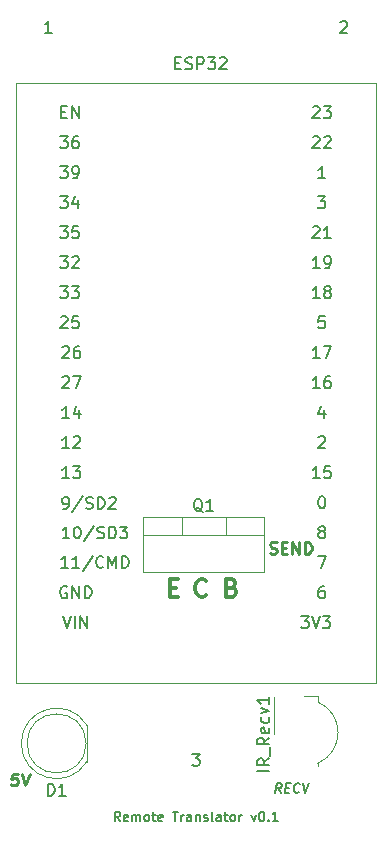
<source format=gbr>
G04 #@! TF.GenerationSoftware,KiCad,Pcbnew,5.1.3-ffb9f22~84~ubuntu18.04.1*
G04 #@! TF.CreationDate,2019-08-09T22:51:00+03:00*
G04 #@! TF.ProjectId,Edifier_Remote,45646966-6965-4725-9f52-656d6f74652e,rev?*
G04 #@! TF.SameCoordinates,Original*
G04 #@! TF.FileFunction,Legend,Top*
G04 #@! TF.FilePolarity,Positive*
%FSLAX46Y46*%
G04 Gerber Fmt 4.6, Leading zero omitted, Abs format (unit mm)*
G04 Created by KiCad (PCBNEW 5.1.3-ffb9f22~84~ubuntu18.04.1) date 2019-08-09 22:51:00*
%MOMM*%
%LPD*%
G04 APERTURE LIST*
%ADD10C,0.300000*%
%ADD11C,0.250000*%
%ADD12C,0.200000*%
%ADD13C,0.150000*%
%ADD14C,0.120000*%
G04 APERTURE END LIST*
D10*
X115248571Y-115208857D02*
X115748571Y-115208857D01*
X115962857Y-115994571D02*
X115248571Y-115994571D01*
X115248571Y-114494571D01*
X115962857Y-114494571D01*
X118320285Y-115851714D02*
X118248857Y-115923142D01*
X118034571Y-115994571D01*
X117891714Y-115994571D01*
X117677428Y-115923142D01*
X117534571Y-115780285D01*
X117463142Y-115637428D01*
X117391714Y-115351714D01*
X117391714Y-115137428D01*
X117463142Y-114851714D01*
X117534571Y-114708857D01*
X117677428Y-114566000D01*
X117891714Y-114494571D01*
X118034571Y-114494571D01*
X118248857Y-114566000D01*
X118320285Y-114637428D01*
X120503142Y-115208857D02*
X120717428Y-115280285D01*
X120788857Y-115351714D01*
X120860285Y-115494571D01*
X120860285Y-115708857D01*
X120788857Y-115851714D01*
X120717428Y-115923142D01*
X120574571Y-115994571D01*
X120003142Y-115994571D01*
X120003142Y-114494571D01*
X120503142Y-114494571D01*
X120646000Y-114566000D01*
X120717428Y-114637428D01*
X120788857Y-114780285D01*
X120788857Y-114923142D01*
X120717428Y-115066000D01*
X120646000Y-115137428D01*
X120503142Y-115208857D01*
X120003142Y-115208857D01*
D11*
X123724255Y-112296841D02*
X123867112Y-112344460D01*
X124105207Y-112344460D01*
X124200445Y-112296841D01*
X124248064Y-112249222D01*
X124295683Y-112153984D01*
X124295683Y-112058746D01*
X124248064Y-111963508D01*
X124200445Y-111915889D01*
X124105207Y-111868270D01*
X123914731Y-111820651D01*
X123819493Y-111773032D01*
X123771874Y-111725413D01*
X123724255Y-111630175D01*
X123724255Y-111534937D01*
X123771874Y-111439699D01*
X123819493Y-111392080D01*
X123914731Y-111344460D01*
X124152826Y-111344460D01*
X124295683Y-111392080D01*
X124724255Y-111820651D02*
X125057588Y-111820651D01*
X125200445Y-112344460D02*
X124724255Y-112344460D01*
X124724255Y-111344460D01*
X125200445Y-111344460D01*
X125629017Y-112344460D02*
X125629017Y-111344460D01*
X126200445Y-112344460D01*
X126200445Y-111344460D01*
X126676636Y-112344460D02*
X126676636Y-111344460D01*
X126914731Y-111344460D01*
X127057588Y-111392080D01*
X127152826Y-111487318D01*
X127200445Y-111582556D01*
X127248064Y-111773032D01*
X127248064Y-111915889D01*
X127200445Y-112106365D01*
X127152826Y-112201603D01*
X127057588Y-112296841D01*
X126914731Y-112344460D01*
X126676636Y-112344460D01*
D12*
X124649209Y-132573984D02*
X124430161Y-132193032D01*
X124192066Y-132573984D02*
X124292066Y-131773984D01*
X124596828Y-131773984D01*
X124668256Y-131812080D01*
X124701590Y-131850175D01*
X124730161Y-131926365D01*
X124715875Y-132040651D01*
X124668256Y-132116841D01*
X124625399Y-132154937D01*
X124544447Y-132193032D01*
X124239685Y-132193032D01*
X125044447Y-132154937D02*
X125311113Y-132154937D01*
X125373018Y-132573984D02*
X124992066Y-132573984D01*
X125092066Y-131773984D01*
X125473018Y-131773984D01*
X126182542Y-132497794D02*
X126139685Y-132535889D01*
X126020637Y-132573984D01*
X125944447Y-132573984D01*
X125834923Y-132535889D01*
X125768256Y-132459699D01*
X125739685Y-132383508D01*
X125720637Y-132231127D01*
X125734923Y-132116841D01*
X125792066Y-131964460D01*
X125839685Y-131888270D01*
X125925399Y-131812080D01*
X126044447Y-131773984D01*
X126120637Y-131773984D01*
X126230161Y-131812080D01*
X126263494Y-131850175D01*
X126501590Y-131773984D02*
X126668256Y-132573984D01*
X127034923Y-131773984D01*
D11*
X102406853Y-130963420D02*
X101930663Y-130963420D01*
X101823520Y-131439611D01*
X101877091Y-131391992D01*
X101978282Y-131344373D01*
X102216377Y-131344373D01*
X102305663Y-131391992D01*
X102347329Y-131439611D01*
X102383044Y-131534849D01*
X102353282Y-131772944D01*
X102293758Y-131868182D01*
X102240187Y-131915801D01*
X102138996Y-131963420D01*
X101900901Y-131963420D01*
X101811615Y-131915801D01*
X101769948Y-131868182D01*
X102740187Y-130963420D02*
X102948520Y-131963420D01*
X103406853Y-130963420D01*
D13*
X111024204Y-134981904D02*
X110757538Y-134600952D01*
X110567061Y-134981904D02*
X110567061Y-134181904D01*
X110871823Y-134181904D01*
X110948014Y-134220000D01*
X110986109Y-134258095D01*
X111024204Y-134334285D01*
X111024204Y-134448571D01*
X110986109Y-134524761D01*
X110948014Y-134562857D01*
X110871823Y-134600952D01*
X110567061Y-134600952D01*
X111671823Y-134943809D02*
X111595633Y-134981904D01*
X111443252Y-134981904D01*
X111367061Y-134943809D01*
X111328966Y-134867619D01*
X111328966Y-134562857D01*
X111367061Y-134486666D01*
X111443252Y-134448571D01*
X111595633Y-134448571D01*
X111671823Y-134486666D01*
X111709919Y-134562857D01*
X111709919Y-134639047D01*
X111328966Y-134715238D01*
X112052776Y-134981904D02*
X112052776Y-134448571D01*
X112052776Y-134524761D02*
X112090871Y-134486666D01*
X112167061Y-134448571D01*
X112281347Y-134448571D01*
X112357538Y-134486666D01*
X112395633Y-134562857D01*
X112395633Y-134981904D01*
X112395633Y-134562857D02*
X112433728Y-134486666D01*
X112509919Y-134448571D01*
X112624204Y-134448571D01*
X112700395Y-134486666D01*
X112738490Y-134562857D01*
X112738490Y-134981904D01*
X113233728Y-134981904D02*
X113157538Y-134943809D01*
X113119442Y-134905714D01*
X113081347Y-134829523D01*
X113081347Y-134600952D01*
X113119442Y-134524761D01*
X113157538Y-134486666D01*
X113233728Y-134448571D01*
X113348014Y-134448571D01*
X113424204Y-134486666D01*
X113462300Y-134524761D01*
X113500395Y-134600952D01*
X113500395Y-134829523D01*
X113462300Y-134905714D01*
X113424204Y-134943809D01*
X113348014Y-134981904D01*
X113233728Y-134981904D01*
X113728966Y-134448571D02*
X114033728Y-134448571D01*
X113843252Y-134181904D02*
X113843252Y-134867619D01*
X113881347Y-134943809D01*
X113957538Y-134981904D01*
X114033728Y-134981904D01*
X114605157Y-134943809D02*
X114528966Y-134981904D01*
X114376585Y-134981904D01*
X114300395Y-134943809D01*
X114262300Y-134867619D01*
X114262300Y-134562857D01*
X114300395Y-134486666D01*
X114376585Y-134448571D01*
X114528966Y-134448571D01*
X114605157Y-134486666D01*
X114643252Y-134562857D01*
X114643252Y-134639047D01*
X114262300Y-134715238D01*
X115481347Y-134181904D02*
X115938490Y-134181904D01*
X115709919Y-134981904D02*
X115709919Y-134181904D01*
X116205157Y-134981904D02*
X116205157Y-134448571D01*
X116205157Y-134600952D02*
X116243252Y-134524761D01*
X116281347Y-134486666D01*
X116357538Y-134448571D01*
X116433728Y-134448571D01*
X117043252Y-134981904D02*
X117043252Y-134562857D01*
X117005157Y-134486666D01*
X116928966Y-134448571D01*
X116776585Y-134448571D01*
X116700395Y-134486666D01*
X117043252Y-134943809D02*
X116967061Y-134981904D01*
X116776585Y-134981904D01*
X116700395Y-134943809D01*
X116662300Y-134867619D01*
X116662300Y-134791428D01*
X116700395Y-134715238D01*
X116776585Y-134677142D01*
X116967061Y-134677142D01*
X117043252Y-134639047D01*
X117424204Y-134448571D02*
X117424204Y-134981904D01*
X117424204Y-134524761D02*
X117462300Y-134486666D01*
X117538490Y-134448571D01*
X117652776Y-134448571D01*
X117728966Y-134486666D01*
X117767061Y-134562857D01*
X117767061Y-134981904D01*
X118109919Y-134943809D02*
X118186109Y-134981904D01*
X118338490Y-134981904D01*
X118414680Y-134943809D01*
X118452776Y-134867619D01*
X118452776Y-134829523D01*
X118414680Y-134753333D01*
X118338490Y-134715238D01*
X118224204Y-134715238D01*
X118148014Y-134677142D01*
X118109919Y-134600952D01*
X118109919Y-134562857D01*
X118148014Y-134486666D01*
X118224204Y-134448571D01*
X118338490Y-134448571D01*
X118414680Y-134486666D01*
X118909919Y-134981904D02*
X118833728Y-134943809D01*
X118795633Y-134867619D01*
X118795633Y-134181904D01*
X119557538Y-134981904D02*
X119557538Y-134562857D01*
X119519442Y-134486666D01*
X119443252Y-134448571D01*
X119290871Y-134448571D01*
X119214680Y-134486666D01*
X119557538Y-134943809D02*
X119481347Y-134981904D01*
X119290871Y-134981904D01*
X119214680Y-134943809D01*
X119176585Y-134867619D01*
X119176585Y-134791428D01*
X119214680Y-134715238D01*
X119290871Y-134677142D01*
X119481347Y-134677142D01*
X119557538Y-134639047D01*
X119824204Y-134448571D02*
X120128966Y-134448571D01*
X119938490Y-134181904D02*
X119938490Y-134867619D01*
X119976585Y-134943809D01*
X120052776Y-134981904D01*
X120128966Y-134981904D01*
X120509919Y-134981904D02*
X120433728Y-134943809D01*
X120395633Y-134905714D01*
X120357538Y-134829523D01*
X120357538Y-134600952D01*
X120395633Y-134524761D01*
X120433728Y-134486666D01*
X120509919Y-134448571D01*
X120624204Y-134448571D01*
X120700395Y-134486666D01*
X120738490Y-134524761D01*
X120776585Y-134600952D01*
X120776585Y-134829523D01*
X120738490Y-134905714D01*
X120700395Y-134943809D01*
X120624204Y-134981904D01*
X120509919Y-134981904D01*
X121119442Y-134981904D02*
X121119442Y-134448571D01*
X121119442Y-134600952D02*
X121157538Y-134524761D01*
X121195633Y-134486666D01*
X121271823Y-134448571D01*
X121348014Y-134448571D01*
X122148014Y-134448571D02*
X122338490Y-134981904D01*
X122528966Y-134448571D01*
X122986109Y-134181904D02*
X123062300Y-134181904D01*
X123138490Y-134220000D01*
X123176585Y-134258095D01*
X123214680Y-134334285D01*
X123252776Y-134486666D01*
X123252776Y-134677142D01*
X123214680Y-134829523D01*
X123176585Y-134905714D01*
X123138490Y-134943809D01*
X123062300Y-134981904D01*
X122986109Y-134981904D01*
X122909919Y-134943809D01*
X122871823Y-134905714D01*
X122833728Y-134829523D01*
X122795633Y-134677142D01*
X122795633Y-134486666D01*
X122833728Y-134334285D01*
X122871823Y-134258095D01*
X122909919Y-134220000D01*
X122986109Y-134181904D01*
X123595633Y-134905714D02*
X123633728Y-134943809D01*
X123595633Y-134981904D01*
X123557538Y-134943809D01*
X123595633Y-134905714D01*
X123595633Y-134981904D01*
X124395633Y-134981904D02*
X123938490Y-134981904D01*
X124167061Y-134981904D02*
X124167061Y-134181904D01*
X124090871Y-134296190D01*
X124014680Y-134372380D01*
X123938490Y-134410476D01*
D14*
X127765840Y-130089280D02*
X127765840Y-130309280D01*
X127765840Y-130089280D02*
G75*
G03X127765840Y-124889280I-1100000J2600000D01*
G01*
X124105840Y-124509280D02*
X124105840Y-127589280D01*
X127765840Y-124429280D02*
X127765840Y-124889280D01*
X127765840Y-124429280D02*
X126565840Y-124429280D01*
X102207000Y-72477000D02*
X132687000Y-72477000D01*
X132687000Y-72477000D02*
X132687000Y-123277000D01*
X132687000Y-123277000D02*
X102207000Y-123277000D01*
X102207000Y-123277000D02*
X102207000Y-72477000D01*
X119961000Y-109252000D02*
X119961000Y-110762000D01*
X116260000Y-109252000D02*
X116260000Y-110762000D01*
X112990000Y-110762000D02*
X123230000Y-110762000D01*
X123230000Y-109252000D02*
X123230000Y-113893000D01*
X112990000Y-109252000D02*
X112990000Y-113893000D01*
X112990000Y-113893000D02*
X123230000Y-113893000D01*
X112990000Y-109252000D02*
X123230000Y-109252000D01*
X108213840Y-129952160D02*
X108213840Y-126862160D01*
X108153840Y-128407160D02*
G75*
G03X108153840Y-128407160I-2500000J0D01*
G01*
X102663840Y-128407622D02*
G75*
G02X108213840Y-126862330I2990000J462D01*
G01*
X102663840Y-128406698D02*
G75*
G03X108213840Y-129951990I2990000J-462D01*
G01*
D13*
X123668220Y-130724518D02*
X122668220Y-130724518D01*
X123668220Y-129676899D02*
X123192030Y-130010232D01*
X123668220Y-130248327D02*
X122668220Y-130248327D01*
X122668220Y-129867375D01*
X122715840Y-129772137D01*
X122763459Y-129724518D01*
X122858697Y-129676899D01*
X123001554Y-129676899D01*
X123096792Y-129724518D01*
X123144411Y-129772137D01*
X123192030Y-129867375D01*
X123192030Y-130248327D01*
X123763459Y-129486422D02*
X123763459Y-128724518D01*
X123668220Y-127914994D02*
X123192030Y-128248327D01*
X123668220Y-128486422D02*
X122668220Y-128486422D01*
X122668220Y-128105470D01*
X122715840Y-128010232D01*
X122763459Y-127962613D01*
X122858697Y-127914994D01*
X123001554Y-127914994D01*
X123096792Y-127962613D01*
X123144411Y-128010232D01*
X123192030Y-128105470D01*
X123192030Y-128486422D01*
X123620601Y-127105470D02*
X123668220Y-127200708D01*
X123668220Y-127391184D01*
X123620601Y-127486422D01*
X123525363Y-127534041D01*
X123144411Y-127534041D01*
X123049173Y-127486422D01*
X123001554Y-127391184D01*
X123001554Y-127200708D01*
X123049173Y-127105470D01*
X123144411Y-127057851D01*
X123239649Y-127057851D01*
X123334887Y-127534041D01*
X123620601Y-126200708D02*
X123668220Y-126295946D01*
X123668220Y-126486422D01*
X123620601Y-126581660D01*
X123572982Y-126629280D01*
X123477744Y-126676899D01*
X123192030Y-126676899D01*
X123096792Y-126629280D01*
X123049173Y-126581660D01*
X123001554Y-126486422D01*
X123001554Y-126295946D01*
X123049173Y-126200708D01*
X123001554Y-125867375D02*
X123668220Y-125629280D01*
X123001554Y-125391184D01*
X123668220Y-124486422D02*
X123668220Y-125057851D01*
X123668220Y-124772137D02*
X122668220Y-124772137D01*
X122811078Y-124867375D01*
X122906316Y-124962613D01*
X122953935Y-125057851D01*
X115713142Y-70794571D02*
X116046476Y-70794571D01*
X116189333Y-71318380D02*
X115713142Y-71318380D01*
X115713142Y-70318380D01*
X116189333Y-70318380D01*
X116570285Y-71270761D02*
X116713142Y-71318380D01*
X116951238Y-71318380D01*
X117046476Y-71270761D01*
X117094095Y-71223142D01*
X117141714Y-71127904D01*
X117141714Y-71032666D01*
X117094095Y-70937428D01*
X117046476Y-70889809D01*
X116951238Y-70842190D01*
X116760761Y-70794571D01*
X116665523Y-70746952D01*
X116617904Y-70699333D01*
X116570285Y-70604095D01*
X116570285Y-70508857D01*
X116617904Y-70413619D01*
X116665523Y-70366000D01*
X116760761Y-70318380D01*
X116998857Y-70318380D01*
X117141714Y-70366000D01*
X117570285Y-71318380D02*
X117570285Y-70318380D01*
X117951238Y-70318380D01*
X118046476Y-70366000D01*
X118094095Y-70413619D01*
X118141714Y-70508857D01*
X118141714Y-70651714D01*
X118094095Y-70746952D01*
X118046476Y-70794571D01*
X117951238Y-70842190D01*
X117570285Y-70842190D01*
X118475047Y-70318380D02*
X119094095Y-70318380D01*
X118760761Y-70699333D01*
X118903619Y-70699333D01*
X118998857Y-70746952D01*
X119046476Y-70794571D01*
X119094095Y-70889809D01*
X119094095Y-71127904D01*
X119046476Y-71223142D01*
X118998857Y-71270761D01*
X118903619Y-71318380D01*
X118617904Y-71318380D01*
X118522666Y-71270761D01*
X118475047Y-71223142D01*
X119475047Y-70413619D02*
X119522666Y-70366000D01*
X119617904Y-70318380D01*
X119856000Y-70318380D01*
X119951238Y-70366000D01*
X119998857Y-70413619D01*
X120046476Y-70508857D01*
X120046476Y-70604095D01*
X119998857Y-70746952D01*
X119427428Y-71318380D01*
X120046476Y-71318380D01*
X106621285Y-113549380D02*
X106049857Y-113549380D01*
X106335571Y-113549380D02*
X106335571Y-112549380D01*
X106240333Y-112692238D01*
X106145095Y-112787476D01*
X106049857Y-112835095D01*
X107573666Y-113549380D02*
X107002238Y-113549380D01*
X107287952Y-113549380D02*
X107287952Y-112549380D01*
X107192714Y-112692238D01*
X107097476Y-112787476D01*
X107002238Y-112835095D01*
X108716523Y-112501761D02*
X107859380Y-113787476D01*
X109621285Y-113454142D02*
X109573666Y-113501761D01*
X109430809Y-113549380D01*
X109335571Y-113549380D01*
X109192714Y-113501761D01*
X109097476Y-113406523D01*
X109049857Y-113311285D01*
X109002238Y-113120809D01*
X109002238Y-112977952D01*
X109049857Y-112787476D01*
X109097476Y-112692238D01*
X109192714Y-112597000D01*
X109335571Y-112549380D01*
X109430809Y-112549380D01*
X109573666Y-112597000D01*
X109621285Y-112644619D01*
X110049857Y-113549380D02*
X110049857Y-112549380D01*
X110383190Y-113263666D01*
X110716523Y-112549380D01*
X110716523Y-113549380D01*
X111192714Y-113549380D02*
X111192714Y-112549380D01*
X111430809Y-112549380D01*
X111573666Y-112597000D01*
X111668904Y-112692238D01*
X111716523Y-112787476D01*
X111764142Y-112977952D01*
X111764142Y-113120809D01*
X111716523Y-113311285D01*
X111668904Y-113406523D01*
X111573666Y-113501761D01*
X111430809Y-113549380D01*
X111192714Y-113549380D01*
X128305476Y-115109380D02*
X128115000Y-115109380D01*
X128019761Y-115157000D01*
X127972142Y-115204619D01*
X127876904Y-115347476D01*
X127829285Y-115537952D01*
X127829285Y-115918904D01*
X127876904Y-116014142D01*
X127924523Y-116061761D01*
X128019761Y-116109380D01*
X128210238Y-116109380D01*
X128305476Y-116061761D01*
X128353095Y-116014142D01*
X128400714Y-115918904D01*
X128400714Y-115680809D01*
X128353095Y-115585571D01*
X128305476Y-115537952D01*
X128210238Y-115490333D01*
X128019761Y-115490333D01*
X127924523Y-115537952D01*
X127876904Y-115585571D01*
X127829285Y-115680809D01*
X127781666Y-112569380D02*
X128448333Y-112569380D01*
X128019761Y-113569380D01*
X128019761Y-110457952D02*
X127924523Y-110410333D01*
X127876904Y-110362714D01*
X127829285Y-110267476D01*
X127829285Y-110219857D01*
X127876904Y-110124619D01*
X127924523Y-110077000D01*
X128019761Y-110029380D01*
X128210238Y-110029380D01*
X128305476Y-110077000D01*
X128353095Y-110124619D01*
X128400714Y-110219857D01*
X128400714Y-110267476D01*
X128353095Y-110362714D01*
X128305476Y-110410333D01*
X128210238Y-110457952D01*
X128019761Y-110457952D01*
X127924523Y-110505571D01*
X127876904Y-110553190D01*
X127829285Y-110648428D01*
X127829285Y-110838904D01*
X127876904Y-110934142D01*
X127924523Y-110981761D01*
X128019761Y-111029380D01*
X128210238Y-111029380D01*
X128305476Y-110981761D01*
X128353095Y-110934142D01*
X128400714Y-110838904D01*
X128400714Y-110648428D01*
X128353095Y-110553190D01*
X128305476Y-110505571D01*
X128210238Y-110457952D01*
X128067380Y-107489380D02*
X128162619Y-107489380D01*
X128257857Y-107537000D01*
X128305476Y-107584619D01*
X128353095Y-107679857D01*
X128400714Y-107870333D01*
X128400714Y-108108428D01*
X128353095Y-108298904D01*
X128305476Y-108394142D01*
X128257857Y-108441761D01*
X128162619Y-108489380D01*
X128067380Y-108489380D01*
X127972142Y-108441761D01*
X127924523Y-108394142D01*
X127876904Y-108298904D01*
X127829285Y-108108428D01*
X127829285Y-107870333D01*
X127876904Y-107679857D01*
X127924523Y-107584619D01*
X127972142Y-107537000D01*
X128067380Y-107489380D01*
X127924523Y-105949380D02*
X127353095Y-105949380D01*
X127638809Y-105949380D02*
X127638809Y-104949380D01*
X127543571Y-105092238D01*
X127448333Y-105187476D01*
X127353095Y-105235095D01*
X128829285Y-104949380D02*
X128353095Y-104949380D01*
X128305476Y-105425571D01*
X128353095Y-105377952D01*
X128448333Y-105330333D01*
X128686428Y-105330333D01*
X128781666Y-105377952D01*
X128829285Y-105425571D01*
X128876904Y-105520809D01*
X128876904Y-105758904D01*
X128829285Y-105854142D01*
X128781666Y-105901761D01*
X128686428Y-105949380D01*
X128448333Y-105949380D01*
X128353095Y-105901761D01*
X128305476Y-105854142D01*
X127829285Y-102504619D02*
X127876904Y-102457000D01*
X127972142Y-102409380D01*
X128210238Y-102409380D01*
X128305476Y-102457000D01*
X128353095Y-102504619D01*
X128400714Y-102599857D01*
X128400714Y-102695095D01*
X128353095Y-102837952D01*
X127781666Y-103409380D01*
X128400714Y-103409380D01*
X128305476Y-100202714D02*
X128305476Y-100869380D01*
X128067380Y-99821761D02*
X127829285Y-100536047D01*
X128448333Y-100536047D01*
X127924523Y-98329380D02*
X127353095Y-98329380D01*
X127638809Y-98329380D02*
X127638809Y-97329380D01*
X127543571Y-97472238D01*
X127448333Y-97567476D01*
X127353095Y-97615095D01*
X128781666Y-97329380D02*
X128591190Y-97329380D01*
X128495952Y-97377000D01*
X128448333Y-97424619D01*
X128353095Y-97567476D01*
X128305476Y-97757952D01*
X128305476Y-98138904D01*
X128353095Y-98234142D01*
X128400714Y-98281761D01*
X128495952Y-98329380D01*
X128686428Y-98329380D01*
X128781666Y-98281761D01*
X128829285Y-98234142D01*
X128876904Y-98138904D01*
X128876904Y-97900809D01*
X128829285Y-97805571D01*
X128781666Y-97757952D01*
X128686428Y-97710333D01*
X128495952Y-97710333D01*
X128400714Y-97757952D01*
X128353095Y-97805571D01*
X128305476Y-97900809D01*
X127924523Y-95789380D02*
X127353095Y-95789380D01*
X127638809Y-95789380D02*
X127638809Y-94789380D01*
X127543571Y-94932238D01*
X127448333Y-95027476D01*
X127353095Y-95075095D01*
X128257857Y-94789380D02*
X128924523Y-94789380D01*
X128495952Y-95789380D01*
X128353095Y-92249380D02*
X127876904Y-92249380D01*
X127829285Y-92725571D01*
X127876904Y-92677952D01*
X127972142Y-92630333D01*
X128210238Y-92630333D01*
X128305476Y-92677952D01*
X128353095Y-92725571D01*
X128400714Y-92820809D01*
X128400714Y-93058904D01*
X128353095Y-93154142D01*
X128305476Y-93201761D01*
X128210238Y-93249380D01*
X127972142Y-93249380D01*
X127876904Y-93201761D01*
X127829285Y-93154142D01*
X127924523Y-90709380D02*
X127353095Y-90709380D01*
X127638809Y-90709380D02*
X127638809Y-89709380D01*
X127543571Y-89852238D01*
X127448333Y-89947476D01*
X127353095Y-89995095D01*
X128495952Y-90137952D02*
X128400714Y-90090333D01*
X128353095Y-90042714D01*
X128305476Y-89947476D01*
X128305476Y-89899857D01*
X128353095Y-89804619D01*
X128400714Y-89757000D01*
X128495952Y-89709380D01*
X128686428Y-89709380D01*
X128781666Y-89757000D01*
X128829285Y-89804619D01*
X128876904Y-89899857D01*
X128876904Y-89947476D01*
X128829285Y-90042714D01*
X128781666Y-90090333D01*
X128686428Y-90137952D01*
X128495952Y-90137952D01*
X128400714Y-90185571D01*
X128353095Y-90233190D01*
X128305476Y-90328428D01*
X128305476Y-90518904D01*
X128353095Y-90614142D01*
X128400714Y-90661761D01*
X128495952Y-90709380D01*
X128686428Y-90709380D01*
X128781666Y-90661761D01*
X128829285Y-90614142D01*
X128876904Y-90518904D01*
X128876904Y-90328428D01*
X128829285Y-90233190D01*
X128781666Y-90185571D01*
X128686428Y-90137952D01*
X127924523Y-88169380D02*
X127353095Y-88169380D01*
X127638809Y-88169380D02*
X127638809Y-87169380D01*
X127543571Y-87312238D01*
X127448333Y-87407476D01*
X127353095Y-87455095D01*
X128400714Y-88169380D02*
X128591190Y-88169380D01*
X128686428Y-88121761D01*
X128734047Y-88074142D01*
X128829285Y-87931285D01*
X128876904Y-87740809D01*
X128876904Y-87359857D01*
X128829285Y-87264619D01*
X128781666Y-87217000D01*
X128686428Y-87169380D01*
X128495952Y-87169380D01*
X128400714Y-87217000D01*
X128353095Y-87264619D01*
X128305476Y-87359857D01*
X128305476Y-87597952D01*
X128353095Y-87693190D01*
X128400714Y-87740809D01*
X128495952Y-87788428D01*
X128686428Y-87788428D01*
X128781666Y-87740809D01*
X128829285Y-87693190D01*
X128876904Y-87597952D01*
X127353095Y-84724619D02*
X127400714Y-84677000D01*
X127495952Y-84629380D01*
X127734047Y-84629380D01*
X127829285Y-84677000D01*
X127876904Y-84724619D01*
X127924523Y-84819857D01*
X127924523Y-84915095D01*
X127876904Y-85057952D01*
X127305476Y-85629380D01*
X127924523Y-85629380D01*
X128876904Y-85629380D02*
X128305476Y-85629380D01*
X128591190Y-85629380D02*
X128591190Y-84629380D01*
X128495952Y-84772238D01*
X128400714Y-84867476D01*
X128305476Y-84915095D01*
X127781666Y-82089380D02*
X128400714Y-82089380D01*
X128067380Y-82470333D01*
X128210238Y-82470333D01*
X128305476Y-82517952D01*
X128353095Y-82565571D01*
X128400714Y-82660809D01*
X128400714Y-82898904D01*
X128353095Y-82994142D01*
X128305476Y-83041761D01*
X128210238Y-83089380D01*
X127924523Y-83089380D01*
X127829285Y-83041761D01*
X127781666Y-82994142D01*
X128400714Y-80549380D02*
X127829285Y-80549380D01*
X128115000Y-80549380D02*
X128115000Y-79549380D01*
X128019761Y-79692238D01*
X127924523Y-79787476D01*
X127829285Y-79835095D01*
X127353095Y-77104619D02*
X127400714Y-77057000D01*
X127495952Y-77009380D01*
X127734047Y-77009380D01*
X127829285Y-77057000D01*
X127876904Y-77104619D01*
X127924523Y-77199857D01*
X127924523Y-77295095D01*
X127876904Y-77437952D01*
X127305476Y-78009380D01*
X127924523Y-78009380D01*
X128305476Y-77104619D02*
X128353095Y-77057000D01*
X128448333Y-77009380D01*
X128686428Y-77009380D01*
X128781666Y-77057000D01*
X128829285Y-77104619D01*
X128876904Y-77199857D01*
X128876904Y-77295095D01*
X128829285Y-77437952D01*
X128257857Y-78009380D01*
X128876904Y-78009380D01*
X127353095Y-74564619D02*
X127400714Y-74517000D01*
X127495952Y-74469380D01*
X127734047Y-74469380D01*
X127829285Y-74517000D01*
X127876904Y-74564619D01*
X127924523Y-74659857D01*
X127924523Y-74755095D01*
X127876904Y-74897952D01*
X127305476Y-75469380D01*
X127924523Y-75469380D01*
X128257857Y-74469380D02*
X128876904Y-74469380D01*
X128543571Y-74850333D01*
X128686428Y-74850333D01*
X128781666Y-74897952D01*
X128829285Y-74945571D01*
X128876904Y-75040809D01*
X128876904Y-75278904D01*
X128829285Y-75374142D01*
X128781666Y-75421761D01*
X128686428Y-75469380D01*
X128400714Y-75469380D01*
X128305476Y-75421761D01*
X128257857Y-75374142D01*
X105969476Y-77009380D02*
X106588523Y-77009380D01*
X106255190Y-77390333D01*
X106398047Y-77390333D01*
X106493285Y-77437952D01*
X106540904Y-77485571D01*
X106588523Y-77580809D01*
X106588523Y-77818904D01*
X106540904Y-77914142D01*
X106493285Y-77961761D01*
X106398047Y-78009380D01*
X106112333Y-78009380D01*
X106017095Y-77961761D01*
X105969476Y-77914142D01*
X107445666Y-77009380D02*
X107255190Y-77009380D01*
X107159952Y-77057000D01*
X107112333Y-77104619D01*
X107017095Y-77247476D01*
X106969476Y-77437952D01*
X106969476Y-77818904D01*
X107017095Y-77914142D01*
X107064714Y-77961761D01*
X107159952Y-78009380D01*
X107350428Y-78009380D01*
X107445666Y-77961761D01*
X107493285Y-77914142D01*
X107540904Y-77818904D01*
X107540904Y-77580809D01*
X107493285Y-77485571D01*
X107445666Y-77437952D01*
X107350428Y-77390333D01*
X107159952Y-77390333D01*
X107064714Y-77437952D01*
X107017095Y-77485571D01*
X106969476Y-77580809D01*
X105969476Y-79549380D02*
X106588523Y-79549380D01*
X106255190Y-79930333D01*
X106398047Y-79930333D01*
X106493285Y-79977952D01*
X106540904Y-80025571D01*
X106588523Y-80120809D01*
X106588523Y-80358904D01*
X106540904Y-80454142D01*
X106493285Y-80501761D01*
X106398047Y-80549380D01*
X106112333Y-80549380D01*
X106017095Y-80501761D01*
X105969476Y-80454142D01*
X107064714Y-80549380D02*
X107255190Y-80549380D01*
X107350428Y-80501761D01*
X107398047Y-80454142D01*
X107493285Y-80311285D01*
X107540904Y-80120809D01*
X107540904Y-79739857D01*
X107493285Y-79644619D01*
X107445666Y-79597000D01*
X107350428Y-79549380D01*
X107159952Y-79549380D01*
X107064714Y-79597000D01*
X107017095Y-79644619D01*
X106969476Y-79739857D01*
X106969476Y-79977952D01*
X107017095Y-80073190D01*
X107064714Y-80120809D01*
X107159952Y-80168428D01*
X107350428Y-80168428D01*
X107445666Y-80120809D01*
X107493285Y-80073190D01*
X107540904Y-79977952D01*
X105969476Y-82089380D02*
X106588523Y-82089380D01*
X106255190Y-82470333D01*
X106398047Y-82470333D01*
X106493285Y-82517952D01*
X106540904Y-82565571D01*
X106588523Y-82660809D01*
X106588523Y-82898904D01*
X106540904Y-82994142D01*
X106493285Y-83041761D01*
X106398047Y-83089380D01*
X106112333Y-83089380D01*
X106017095Y-83041761D01*
X105969476Y-82994142D01*
X107445666Y-82422714D02*
X107445666Y-83089380D01*
X107207571Y-82041761D02*
X106969476Y-82756047D01*
X107588523Y-82756047D01*
X105969476Y-84629380D02*
X106588523Y-84629380D01*
X106255190Y-85010333D01*
X106398047Y-85010333D01*
X106493285Y-85057952D01*
X106540904Y-85105571D01*
X106588523Y-85200809D01*
X106588523Y-85438904D01*
X106540904Y-85534142D01*
X106493285Y-85581761D01*
X106398047Y-85629380D01*
X106112333Y-85629380D01*
X106017095Y-85581761D01*
X105969476Y-85534142D01*
X107493285Y-84629380D02*
X107017095Y-84629380D01*
X106969476Y-85105571D01*
X107017095Y-85057952D01*
X107112333Y-85010333D01*
X107350428Y-85010333D01*
X107445666Y-85057952D01*
X107493285Y-85105571D01*
X107540904Y-85200809D01*
X107540904Y-85438904D01*
X107493285Y-85534142D01*
X107445666Y-85581761D01*
X107350428Y-85629380D01*
X107112333Y-85629380D01*
X107017095Y-85581761D01*
X106969476Y-85534142D01*
X105969476Y-87169380D02*
X106588523Y-87169380D01*
X106255190Y-87550333D01*
X106398047Y-87550333D01*
X106493285Y-87597952D01*
X106540904Y-87645571D01*
X106588523Y-87740809D01*
X106588523Y-87978904D01*
X106540904Y-88074142D01*
X106493285Y-88121761D01*
X106398047Y-88169380D01*
X106112333Y-88169380D01*
X106017095Y-88121761D01*
X105969476Y-88074142D01*
X106969476Y-87264619D02*
X107017095Y-87217000D01*
X107112333Y-87169380D01*
X107350428Y-87169380D01*
X107445666Y-87217000D01*
X107493285Y-87264619D01*
X107540904Y-87359857D01*
X107540904Y-87455095D01*
X107493285Y-87597952D01*
X106921857Y-88169380D01*
X107540904Y-88169380D01*
X105969476Y-89709380D02*
X106588523Y-89709380D01*
X106255190Y-90090333D01*
X106398047Y-90090333D01*
X106493285Y-90137952D01*
X106540904Y-90185571D01*
X106588523Y-90280809D01*
X106588523Y-90518904D01*
X106540904Y-90614142D01*
X106493285Y-90661761D01*
X106398047Y-90709380D01*
X106112333Y-90709380D01*
X106017095Y-90661761D01*
X105969476Y-90614142D01*
X106921857Y-89709380D02*
X107540904Y-89709380D01*
X107207571Y-90090333D01*
X107350428Y-90090333D01*
X107445666Y-90137952D01*
X107493285Y-90185571D01*
X107540904Y-90280809D01*
X107540904Y-90518904D01*
X107493285Y-90614142D01*
X107445666Y-90661761D01*
X107350428Y-90709380D01*
X107064714Y-90709380D01*
X106969476Y-90661761D01*
X106921857Y-90614142D01*
X106017095Y-92344619D02*
X106064714Y-92297000D01*
X106159952Y-92249380D01*
X106398047Y-92249380D01*
X106493285Y-92297000D01*
X106540904Y-92344619D01*
X106588523Y-92439857D01*
X106588523Y-92535095D01*
X106540904Y-92677952D01*
X105969476Y-93249380D01*
X106588523Y-93249380D01*
X107493285Y-92249380D02*
X107017095Y-92249380D01*
X106969476Y-92725571D01*
X107017095Y-92677952D01*
X107112333Y-92630333D01*
X107350428Y-92630333D01*
X107445666Y-92677952D01*
X107493285Y-92725571D01*
X107540904Y-92820809D01*
X107540904Y-93058904D01*
X107493285Y-93154142D01*
X107445666Y-93201761D01*
X107350428Y-93249380D01*
X107112333Y-93249380D01*
X107017095Y-93201761D01*
X106969476Y-93154142D01*
X106145095Y-94884619D02*
X106192714Y-94837000D01*
X106287952Y-94789380D01*
X106526047Y-94789380D01*
X106621285Y-94837000D01*
X106668904Y-94884619D01*
X106716523Y-94979857D01*
X106716523Y-95075095D01*
X106668904Y-95217952D01*
X106097476Y-95789380D01*
X106716523Y-95789380D01*
X107573666Y-94789380D02*
X107383190Y-94789380D01*
X107287952Y-94837000D01*
X107240333Y-94884619D01*
X107145095Y-95027476D01*
X107097476Y-95217952D01*
X107097476Y-95598904D01*
X107145095Y-95694142D01*
X107192714Y-95741761D01*
X107287952Y-95789380D01*
X107478428Y-95789380D01*
X107573666Y-95741761D01*
X107621285Y-95694142D01*
X107668904Y-95598904D01*
X107668904Y-95360809D01*
X107621285Y-95265571D01*
X107573666Y-95217952D01*
X107478428Y-95170333D01*
X107287952Y-95170333D01*
X107192714Y-95217952D01*
X107145095Y-95265571D01*
X107097476Y-95360809D01*
X106145095Y-97424619D02*
X106192714Y-97377000D01*
X106287952Y-97329380D01*
X106526047Y-97329380D01*
X106621285Y-97377000D01*
X106668904Y-97424619D01*
X106716523Y-97519857D01*
X106716523Y-97615095D01*
X106668904Y-97757952D01*
X106097476Y-98329380D01*
X106716523Y-98329380D01*
X107049857Y-97329380D02*
X107716523Y-97329380D01*
X107287952Y-98329380D01*
X106040904Y-74945571D02*
X106374238Y-74945571D01*
X106517095Y-75469380D02*
X106040904Y-75469380D01*
X106040904Y-74469380D01*
X106517095Y-74469380D01*
X106945666Y-75469380D02*
X106945666Y-74469380D01*
X107517095Y-75469380D01*
X107517095Y-74469380D01*
X106191761Y-117649380D02*
X106525095Y-118649380D01*
X106858428Y-117649380D01*
X107191761Y-118649380D02*
X107191761Y-117649380D01*
X107667952Y-118649380D02*
X107667952Y-117649380D01*
X108239380Y-118649380D01*
X108239380Y-117649380D01*
X106525095Y-115157000D02*
X106429857Y-115109380D01*
X106287000Y-115109380D01*
X106144142Y-115157000D01*
X106048904Y-115252238D01*
X106001285Y-115347476D01*
X105953666Y-115537952D01*
X105953666Y-115680809D01*
X106001285Y-115871285D01*
X106048904Y-115966523D01*
X106144142Y-116061761D01*
X106287000Y-116109380D01*
X106382238Y-116109380D01*
X106525095Y-116061761D01*
X106572714Y-116014142D01*
X106572714Y-115680809D01*
X106382238Y-115680809D01*
X107001285Y-116109380D02*
X107001285Y-115109380D01*
X107572714Y-116109380D01*
X107572714Y-115109380D01*
X108048904Y-116109380D02*
X108048904Y-115109380D01*
X108287000Y-115109380D01*
X108429857Y-115157000D01*
X108525095Y-115252238D01*
X108572714Y-115347476D01*
X108620333Y-115537952D01*
X108620333Y-115680809D01*
X108572714Y-115871285D01*
X108525095Y-115966523D01*
X108429857Y-116061761D01*
X108287000Y-116109380D01*
X108048904Y-116109380D01*
X126368904Y-117649380D02*
X126987952Y-117649380D01*
X126654619Y-118030333D01*
X126797476Y-118030333D01*
X126892714Y-118077952D01*
X126940333Y-118125571D01*
X126987952Y-118220809D01*
X126987952Y-118458904D01*
X126940333Y-118554142D01*
X126892714Y-118601761D01*
X126797476Y-118649380D01*
X126511761Y-118649380D01*
X126416523Y-118601761D01*
X126368904Y-118554142D01*
X127273666Y-117649380D02*
X127607000Y-118649380D01*
X127940333Y-117649380D01*
X128178428Y-117649380D02*
X128797476Y-117649380D01*
X128464142Y-118030333D01*
X128607000Y-118030333D01*
X128702238Y-118077952D01*
X128749857Y-118125571D01*
X128797476Y-118220809D01*
X128797476Y-118458904D01*
X128749857Y-118554142D01*
X128702238Y-118601761D01*
X128607000Y-118649380D01*
X128321285Y-118649380D01*
X128226047Y-118601761D01*
X128178428Y-118554142D01*
X106740333Y-111049380D02*
X106168904Y-111049380D01*
X106454619Y-111049380D02*
X106454619Y-110049380D01*
X106359380Y-110192238D01*
X106264142Y-110287476D01*
X106168904Y-110335095D01*
X107359380Y-110049380D02*
X107454619Y-110049380D01*
X107549857Y-110097000D01*
X107597476Y-110144619D01*
X107645095Y-110239857D01*
X107692714Y-110430333D01*
X107692714Y-110668428D01*
X107645095Y-110858904D01*
X107597476Y-110954142D01*
X107549857Y-111001761D01*
X107454619Y-111049380D01*
X107359380Y-111049380D01*
X107264142Y-111001761D01*
X107216523Y-110954142D01*
X107168904Y-110858904D01*
X107121285Y-110668428D01*
X107121285Y-110430333D01*
X107168904Y-110239857D01*
X107216523Y-110144619D01*
X107264142Y-110097000D01*
X107359380Y-110049380D01*
X108835571Y-110001761D02*
X107978428Y-111287476D01*
X109121285Y-111001761D02*
X109264142Y-111049380D01*
X109502238Y-111049380D01*
X109597476Y-111001761D01*
X109645095Y-110954142D01*
X109692714Y-110858904D01*
X109692714Y-110763666D01*
X109645095Y-110668428D01*
X109597476Y-110620809D01*
X109502238Y-110573190D01*
X109311761Y-110525571D01*
X109216523Y-110477952D01*
X109168904Y-110430333D01*
X109121285Y-110335095D01*
X109121285Y-110239857D01*
X109168904Y-110144619D01*
X109216523Y-110097000D01*
X109311761Y-110049380D01*
X109549857Y-110049380D01*
X109692714Y-110097000D01*
X110121285Y-111049380D02*
X110121285Y-110049380D01*
X110359380Y-110049380D01*
X110502238Y-110097000D01*
X110597476Y-110192238D01*
X110645095Y-110287476D01*
X110692714Y-110477952D01*
X110692714Y-110620809D01*
X110645095Y-110811285D01*
X110597476Y-110906523D01*
X110502238Y-111001761D01*
X110359380Y-111049380D01*
X110121285Y-111049380D01*
X111026047Y-110049380D02*
X111645095Y-110049380D01*
X111311761Y-110430333D01*
X111454619Y-110430333D01*
X111549857Y-110477952D01*
X111597476Y-110525571D01*
X111645095Y-110620809D01*
X111645095Y-110858904D01*
X111597476Y-110954142D01*
X111549857Y-111001761D01*
X111454619Y-111049380D01*
X111168904Y-111049380D01*
X111073666Y-111001761D01*
X111026047Y-110954142D01*
X106240333Y-108549380D02*
X106430809Y-108549380D01*
X106526047Y-108501761D01*
X106573666Y-108454142D01*
X106668904Y-108311285D01*
X106716523Y-108120809D01*
X106716523Y-107739857D01*
X106668904Y-107644619D01*
X106621285Y-107597000D01*
X106526047Y-107549380D01*
X106335571Y-107549380D01*
X106240333Y-107597000D01*
X106192714Y-107644619D01*
X106145095Y-107739857D01*
X106145095Y-107977952D01*
X106192714Y-108073190D01*
X106240333Y-108120809D01*
X106335571Y-108168428D01*
X106526047Y-108168428D01*
X106621285Y-108120809D01*
X106668904Y-108073190D01*
X106716523Y-107977952D01*
X107859380Y-107501761D02*
X107002238Y-108787476D01*
X108145095Y-108501761D02*
X108287952Y-108549380D01*
X108526047Y-108549380D01*
X108621285Y-108501761D01*
X108668904Y-108454142D01*
X108716523Y-108358904D01*
X108716523Y-108263666D01*
X108668904Y-108168428D01*
X108621285Y-108120809D01*
X108526047Y-108073190D01*
X108335571Y-108025571D01*
X108240333Y-107977952D01*
X108192714Y-107930333D01*
X108145095Y-107835095D01*
X108145095Y-107739857D01*
X108192714Y-107644619D01*
X108240333Y-107597000D01*
X108335571Y-107549380D01*
X108573666Y-107549380D01*
X108716523Y-107597000D01*
X109145095Y-108549380D02*
X109145095Y-107549380D01*
X109383190Y-107549380D01*
X109526047Y-107597000D01*
X109621285Y-107692238D01*
X109668904Y-107787476D01*
X109716523Y-107977952D01*
X109716523Y-108120809D01*
X109668904Y-108311285D01*
X109621285Y-108406523D01*
X109526047Y-108501761D01*
X109383190Y-108549380D01*
X109145095Y-108549380D01*
X110097476Y-107644619D02*
X110145095Y-107597000D01*
X110240333Y-107549380D01*
X110478428Y-107549380D01*
X110573666Y-107597000D01*
X110621285Y-107644619D01*
X110668904Y-107739857D01*
X110668904Y-107835095D01*
X110621285Y-107977952D01*
X110049857Y-108549380D01*
X110668904Y-108549380D01*
X106716523Y-105949380D02*
X106145095Y-105949380D01*
X106430809Y-105949380D02*
X106430809Y-104949380D01*
X106335571Y-105092238D01*
X106240333Y-105187476D01*
X106145095Y-105235095D01*
X107049857Y-104949380D02*
X107668904Y-104949380D01*
X107335571Y-105330333D01*
X107478428Y-105330333D01*
X107573666Y-105377952D01*
X107621285Y-105425571D01*
X107668904Y-105520809D01*
X107668904Y-105758904D01*
X107621285Y-105854142D01*
X107573666Y-105901761D01*
X107478428Y-105949380D01*
X107192714Y-105949380D01*
X107097476Y-105901761D01*
X107049857Y-105854142D01*
X106716523Y-103409380D02*
X106145095Y-103409380D01*
X106430809Y-103409380D02*
X106430809Y-102409380D01*
X106335571Y-102552238D01*
X106240333Y-102647476D01*
X106145095Y-102695095D01*
X107097476Y-102504619D02*
X107145095Y-102457000D01*
X107240333Y-102409380D01*
X107478428Y-102409380D01*
X107573666Y-102457000D01*
X107621285Y-102504619D01*
X107668904Y-102599857D01*
X107668904Y-102695095D01*
X107621285Y-102837952D01*
X107049857Y-103409380D01*
X107668904Y-103409380D01*
X106716523Y-100869380D02*
X106145095Y-100869380D01*
X106430809Y-100869380D02*
X106430809Y-99869380D01*
X106335571Y-100012238D01*
X106240333Y-100107476D01*
X106145095Y-100155095D01*
X107573666Y-100202714D02*
X107573666Y-100869380D01*
X107335571Y-99821761D02*
X107097476Y-100536047D01*
X107716523Y-100536047D01*
X117141666Y-129297180D02*
X117760714Y-129297180D01*
X117427380Y-129678133D01*
X117570238Y-129678133D01*
X117665476Y-129725752D01*
X117713095Y-129773371D01*
X117760714Y-129868609D01*
X117760714Y-130106704D01*
X117713095Y-130201942D01*
X117665476Y-130249561D01*
X117570238Y-130297180D01*
X117284523Y-130297180D01*
X117189285Y-130249561D01*
X117141666Y-130201942D01*
X129686085Y-67340219D02*
X129733704Y-67292600D01*
X129828942Y-67244980D01*
X130067038Y-67244980D01*
X130162276Y-67292600D01*
X130209895Y-67340219D01*
X130257514Y-67435457D01*
X130257514Y-67530695D01*
X130209895Y-67673552D01*
X129638466Y-68244980D01*
X130257514Y-68244980D01*
X105238514Y-68244980D02*
X104667085Y-68244980D01*
X104952800Y-68244980D02*
X104952800Y-67244980D01*
X104857561Y-67387838D01*
X104762323Y-67483076D01*
X104667085Y-67530695D01*
X118014761Y-108799619D02*
X117919523Y-108752000D01*
X117824285Y-108656761D01*
X117681428Y-108513904D01*
X117586190Y-108466285D01*
X117490952Y-108466285D01*
X117538571Y-108704380D02*
X117443333Y-108656761D01*
X117348095Y-108561523D01*
X117300476Y-108371047D01*
X117300476Y-108037714D01*
X117348095Y-107847238D01*
X117443333Y-107752000D01*
X117538571Y-107704380D01*
X117729047Y-107704380D01*
X117824285Y-107752000D01*
X117919523Y-107847238D01*
X117967142Y-108037714D01*
X117967142Y-108371047D01*
X117919523Y-108561523D01*
X117824285Y-108656761D01*
X117729047Y-108704380D01*
X117538571Y-108704380D01*
X118919523Y-108704380D02*
X118348095Y-108704380D01*
X118633809Y-108704380D02*
X118633809Y-107704380D01*
X118538571Y-107847238D01*
X118443333Y-107942476D01*
X118348095Y-107990095D01*
X104915744Y-132819540D02*
X104915744Y-131819540D01*
X105153840Y-131819540D01*
X105296697Y-131867160D01*
X105391935Y-131962398D01*
X105439554Y-132057636D01*
X105487173Y-132248112D01*
X105487173Y-132390969D01*
X105439554Y-132581445D01*
X105391935Y-132676683D01*
X105296697Y-132771921D01*
X105153840Y-132819540D01*
X104915744Y-132819540D01*
X106439554Y-132819540D02*
X105868125Y-132819540D01*
X106153840Y-132819540D02*
X106153840Y-131819540D01*
X106058601Y-131962398D01*
X105963363Y-132057636D01*
X105868125Y-132105255D01*
M02*

</source>
